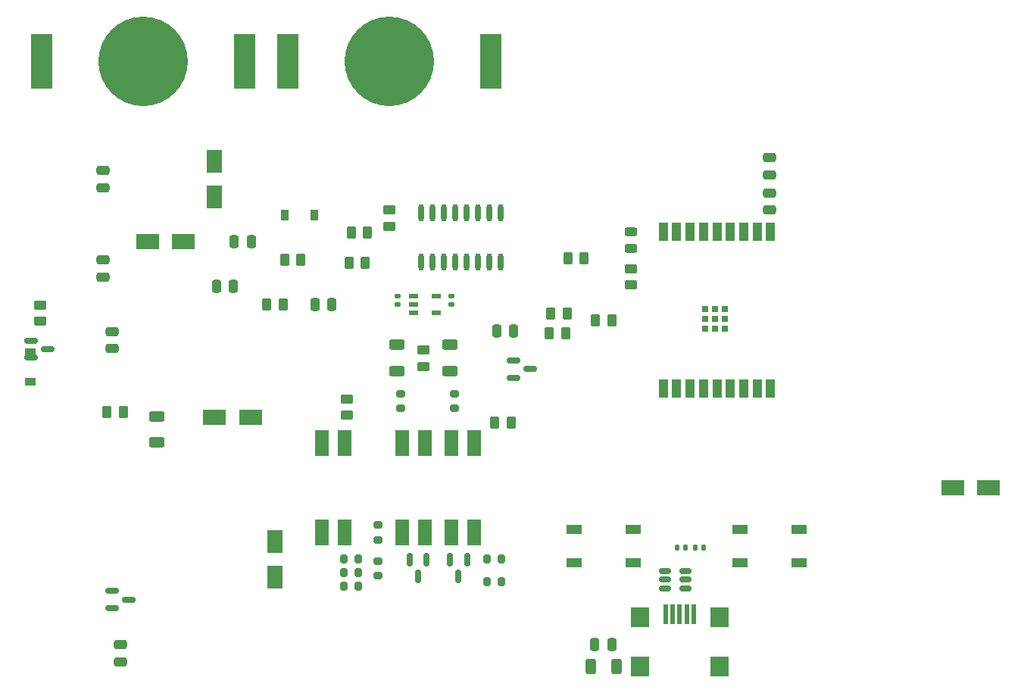
<source format=gbr>
%TF.GenerationSoftware,KiCad,Pcbnew,(6.0.9)*%
%TF.CreationDate,2022-11-21T22:50:26+02:00*%
%TF.ProjectId,Elekit2.0,456c656b-6974-4322-9e30-2e6b69636164,rev?*%
%TF.SameCoordinates,Original*%
%TF.FileFunction,Paste,Top*%
%TF.FilePolarity,Positive*%
%FSLAX46Y46*%
G04 Gerber Fmt 4.6, Leading zero omitted, Abs format (unit mm)*
G04 Created by KiCad (PCBNEW (6.0.9)) date 2022-11-21 22:50:26*
%MOMM*%
%LPD*%
G01*
G04 APERTURE LIST*
G04 Aperture macros list*
%AMRoundRect*
0 Rectangle with rounded corners*
0 $1 Rounding radius*
0 $2 $3 $4 $5 $6 $7 $8 $9 X,Y pos of 4 corners*
0 Add a 4 corners polygon primitive as box body*
4,1,4,$2,$3,$4,$5,$6,$7,$8,$9,$2,$3,0*
0 Add four circle primitives for the rounded corners*
1,1,$1+$1,$2,$3*
1,1,$1+$1,$4,$5*
1,1,$1+$1,$6,$7*
1,1,$1+$1,$8,$9*
0 Add four rect primitives between the rounded corners*
20,1,$1+$1,$2,$3,$4,$5,0*
20,1,$1+$1,$4,$5,$6,$7,0*
20,1,$1+$1,$6,$7,$8,$9,0*
20,1,$1+$1,$8,$9,$2,$3,0*%
G04 Aperture macros list end*
%ADD10R,2.500000X1.800000*%
%ADD11R,1.000000X2.000000*%
%ADD12R,0.700000X0.700000*%
%ADD13RoundRect,0.250000X-0.250000X-0.475000X0.250000X-0.475000X0.250000X0.475000X-0.250000X0.475000X0*%
%ADD14RoundRect,0.250000X0.312500X0.625000X-0.312500X0.625000X-0.312500X-0.625000X0.312500X-0.625000X0*%
%ADD15RoundRect,0.250000X0.250000X0.475000X-0.250000X0.475000X-0.250000X-0.475000X0.250000X-0.475000X0*%
%ADD16R,1.500000X3.000000*%
%ADD17R,0.500000X2.200000*%
%ADD18R,2.000000X2.200000*%
%ADD19R,1.000000X0.600000*%
%ADD20RoundRect,0.150000X-0.150000X0.587500X-0.150000X-0.587500X0.150000X-0.587500X0.150000X0.587500X0*%
%ADD21C,10.000025*%
%ADD22R,2.400000X6.100000*%
%ADD23RoundRect,0.250000X-0.450000X0.262500X-0.450000X-0.262500X0.450000X-0.262500X0.450000X0.262500X0*%
%ADD24RoundRect,0.200000X-0.275000X0.200000X-0.275000X-0.200000X0.275000X-0.200000X0.275000X0.200000X0*%
%ADD25RoundRect,0.250000X0.450000X-0.262500X0.450000X0.262500X-0.450000X0.262500X-0.450000X-0.262500X0*%
%ADD26RoundRect,0.250000X-0.262500X-0.450000X0.262500X-0.450000X0.262500X0.450000X-0.262500X0.450000X0*%
%ADD27RoundRect,0.140000X-0.140000X-0.170000X0.140000X-0.170000X0.140000X0.170000X-0.140000X0.170000X0*%
%ADD28RoundRect,0.200000X-0.200000X-0.275000X0.200000X-0.275000X0.200000X0.275000X-0.200000X0.275000X0*%
%ADD29RoundRect,0.150000X-0.587500X-0.150000X0.587500X-0.150000X0.587500X0.150000X-0.587500X0.150000X0*%
%ADD30R,1.200000X0.900000*%
%ADD31RoundRect,0.250000X-0.625000X0.312500X-0.625000X-0.312500X0.625000X-0.312500X0.625000X0.312500X0*%
%ADD32R,1.700000X1.000000*%
%ADD33R,1.800000X2.500000*%
%ADD34RoundRect,0.200000X0.275000X-0.200000X0.275000X0.200000X-0.275000X0.200000X-0.275000X-0.200000X0*%
%ADD35RoundRect,0.250000X-0.475000X0.250000X-0.475000X-0.250000X0.475000X-0.250000X0.475000X0.250000X0*%
%ADD36RoundRect,0.250000X0.475000X-0.250000X0.475000X0.250000X-0.475000X0.250000X-0.475000X-0.250000X0*%
%ADD37RoundRect,0.250000X0.262500X0.450000X-0.262500X0.450000X-0.262500X-0.450000X0.262500X-0.450000X0*%
%ADD38RoundRect,0.200000X0.200000X0.275000X-0.200000X0.275000X-0.200000X-0.275000X0.200000X-0.275000X0*%
%ADD39RoundRect,0.243750X-0.456250X0.243750X-0.456250X-0.243750X0.456250X-0.243750X0.456250X0.243750X0*%
%ADD40RoundRect,0.140000X0.170000X-0.140000X0.170000X0.140000X-0.170000X0.140000X-0.170000X-0.140000X0*%
%ADD41R,0.900000X1.200000*%
%ADD42RoundRect,0.150000X0.512500X0.150000X-0.512500X0.150000X-0.512500X-0.150000X0.512500X-0.150000X0*%
%ADD43O,0.602007X1.970993*%
%ADD44RoundRect,0.140000X-0.170000X0.140000X-0.170000X-0.140000X0.170000X-0.140000X0.170000X0.140000X0*%
G04 APERTURE END LIST*
D10*
%TO.C,D8*%
X133000000Y-77500000D03*
X137000000Y-77500000D03*
%TD*%
D11*
%TO.C,U9*%
X112649898Y-48889890D03*
X111150025Y-48889890D03*
X109649898Y-48889890D03*
X108150025Y-48889890D03*
X106649898Y-48889890D03*
X105150025Y-48889890D03*
X103649898Y-48889890D03*
X102150025Y-48889890D03*
X100649898Y-48889890D03*
X100649898Y-66390018D03*
X102150025Y-66390018D03*
X103649898Y-66390018D03*
X105150025Y-66390018D03*
X106649898Y-66390018D03*
X108150025Y-66390018D03*
X109649898Y-66390018D03*
X111150025Y-66390018D03*
X112649898Y-66390018D03*
D12*
X106450000Y-58599822D03*
X107550076Y-59699898D03*
X106450000Y-57500000D03*
X106450000Y-59699898D03*
X105349924Y-58599822D03*
X107550076Y-57500000D03*
X107550076Y-58599822D03*
X105349924Y-59699898D03*
X105349924Y-57500000D03*
%TD*%
D13*
%TO.C,C14*%
X82050000Y-60000000D03*
X83950000Y-60000000D03*
%TD*%
D14*
%TO.C,R1*%
X95462500Y-97500000D03*
X92537500Y-97500000D03*
%TD*%
D15*
%TO.C,C3*%
X94900000Y-95000000D03*
X93000000Y-95000000D03*
%TD*%
D16*
%TO.C,U12*%
X74039752Y-72500000D03*
X71499746Y-72500000D03*
X71499746Y-82500000D03*
X74039752Y-82500000D03*
%TD*%
D17*
%TO.C,U1*%
X100899924Y-91599822D03*
X101700025Y-91599822D03*
X102499873Y-91599822D03*
X103299975Y-91599822D03*
X104099822Y-91599822D03*
D18*
X98050038Y-91999873D03*
X106949962Y-91999873D03*
X98050038Y-97500000D03*
X106949962Y-97500000D03*
%TD*%
D19*
%TO.C,U7*%
X75300102Y-56070038D03*
X75300102Y-57969962D03*
X72699898Y-57969962D03*
X72699898Y-57020000D03*
X72699898Y-56070038D03*
%TD*%
D20*
%TO.C,Q4*%
X74219876Y-85562500D03*
X72319876Y-85562500D03*
X73269876Y-87437500D03*
%TD*%
D21*
%TO.C,U2*%
X70000000Y-29809500D03*
D22*
X81350013Y-29809500D03*
X58649987Y-29809500D03*
%TD*%
D13*
%TO.C,C10*%
X61700000Y-57000000D03*
X63600000Y-57000000D03*
%TD*%
D23*
%TO.C,R18*%
X31000000Y-57087500D03*
X31000000Y-58912500D03*
%TD*%
D24*
%TO.C,R21*%
X68769876Y-85675000D03*
X68769876Y-87325000D03*
%TD*%
D25*
%TO.C,R2*%
X70060000Y-48270000D03*
X70060000Y-46445000D03*
%TD*%
D23*
%TO.C,R16*%
X73839924Y-62087500D03*
X73839924Y-63912500D03*
%TD*%
D26*
%TO.C,R4*%
X88087500Y-58000000D03*
X89912500Y-58000000D03*
%TD*%
D27*
%TO.C,C2*%
X103160000Y-84171869D03*
X102200000Y-84171869D03*
%TD*%
D22*
%TO.C,U4*%
X31149987Y-29809500D03*
X53850013Y-29809500D03*
D21*
X42500000Y-29809500D03*
%TD*%
D26*
%TO.C,R8*%
X56337500Y-57000000D03*
X58162500Y-57000000D03*
%TD*%
D24*
%TO.C,R19*%
X68769876Y-81675000D03*
X68769876Y-83325000D03*
%TD*%
D28*
%TO.C,R23*%
X80944876Y-85500000D03*
X82594876Y-85500000D03*
%TD*%
D29*
%TO.C,Q2*%
X83875000Y-63300000D03*
X83875000Y-65200000D03*
X85750000Y-64250000D03*
%TD*%
D30*
%TO.C,D6*%
X29912500Y-62350000D03*
X29912500Y-65650000D03*
%TD*%
D13*
%TO.C,C7*%
X50700000Y-55000000D03*
X52600000Y-55000000D03*
%TD*%
D31*
%TO.C,R12*%
X76839924Y-61537500D03*
X76839924Y-64462500D03*
%TD*%
D32*
%TO.C,U8*%
X90700025Y-82149809D03*
X97299975Y-82149784D03*
X90700025Y-85850216D03*
X97299975Y-85850191D03*
%TD*%
D33*
%TO.C,D1*%
X50500000Y-45000000D03*
X50500000Y-41000000D03*
%TD*%
D34*
%TO.C,R24*%
X77269876Y-68645000D03*
X77269876Y-66995000D03*
%TD*%
D29*
%TO.C,Q1*%
X39062500Y-89050000D03*
X39062500Y-90950000D03*
X40937500Y-90000000D03*
%TD*%
D35*
%TO.C,C4*%
X39000000Y-61950000D03*
X39000000Y-60050000D03*
%TD*%
D29*
%TO.C,Q3*%
X29975000Y-61050000D03*
X29975000Y-62950000D03*
X31850000Y-62000000D03*
%TD*%
D36*
%TO.C,C5*%
X38000000Y-52050000D03*
X38000000Y-53950000D03*
%TD*%
D13*
%TO.C,C6*%
X52700000Y-50000000D03*
X54600000Y-50000000D03*
%TD*%
D16*
%TO.C,U13*%
X79539752Y-72500000D03*
X76999746Y-72500000D03*
X76999746Y-82500000D03*
X79539752Y-82500000D03*
%TD*%
D28*
%TO.C,R27*%
X64944876Y-88500000D03*
X66594876Y-88500000D03*
%TD*%
D10*
%TO.C,D3*%
X50512500Y-69642500D03*
X54512500Y-69642500D03*
%TD*%
%TO.C,D2*%
X47000000Y-50000000D03*
X43000000Y-50000000D03*
%TD*%
D26*
%TO.C,R10*%
X83662500Y-70250000D03*
X81837500Y-70250000D03*
%TD*%
D28*
%TO.C,R25*%
X64944876Y-85500000D03*
X66594876Y-85500000D03*
%TD*%
D35*
%TO.C,C15*%
X40000000Y-95050000D03*
X40000000Y-96950000D03*
%TD*%
D28*
%TO.C,R26*%
X64944876Y-87000000D03*
X66594876Y-87000000D03*
%TD*%
D20*
%TO.C,Q5*%
X78719876Y-85562500D03*
X76819876Y-85562500D03*
X77769876Y-87437500D03*
%TD*%
D37*
%TO.C,R13*%
X91825000Y-51825000D03*
X90000000Y-51825000D03*
%TD*%
D33*
%TO.C,D5*%
X57269876Y-87500000D03*
X57269876Y-83500000D03*
%TD*%
D26*
%TO.C,R5*%
X93087500Y-58825000D03*
X94912500Y-58825000D03*
%TD*%
D38*
%TO.C,R22*%
X82594876Y-88000000D03*
X80944876Y-88000000D03*
%TD*%
D39*
%TO.C,D4*%
X97000000Y-50762500D03*
X97000000Y-48887500D03*
%TD*%
D35*
%TO.C,C12*%
X112500000Y-44550000D03*
X112500000Y-46450000D03*
%TD*%
D26*
%TO.C,R9*%
X65525000Y-52364500D03*
X67350000Y-52364500D03*
%TD*%
D40*
%TO.C,C8*%
X71000000Y-57000000D03*
X71000000Y-56040000D03*
%TD*%
D25*
%TO.C,R28*%
X65269876Y-69412500D03*
X65269876Y-67587500D03*
%TD*%
D26*
%TO.C,R14*%
X38452322Y-69030038D03*
X40277322Y-69030038D03*
%TD*%
D16*
%TO.C,U14*%
X62500000Y-72500000D03*
X65040006Y-72500000D03*
X65040006Y-82500000D03*
X62500000Y-82500000D03*
%TD*%
D26*
%TO.C,R6*%
X65787500Y-49000000D03*
X67612500Y-49000000D03*
%TD*%
D41*
%TO.C,D7*%
X58350000Y-47000000D03*
X61650000Y-47000000D03*
%TD*%
D42*
%TO.C,U5*%
X100862500Y-88721869D03*
X100862500Y-87771869D03*
X100862500Y-86821869D03*
X103137500Y-86821869D03*
X103137500Y-87771869D03*
X103137500Y-88721869D03*
%TD*%
D31*
%TO.C,R17*%
X44000000Y-69537500D03*
X44000000Y-72462500D03*
%TD*%
D34*
%TO.C,R20*%
X71269876Y-68645000D03*
X71269876Y-66995000D03*
%TD*%
D31*
%TO.C,R15*%
X70839924Y-61537500D03*
X70839924Y-64462500D03*
%TD*%
D35*
%TO.C,C13*%
X38000000Y-42050000D03*
X38000000Y-43950000D03*
%TD*%
D27*
%TO.C,C1*%
X105180000Y-84171869D03*
X104220000Y-84171869D03*
%TD*%
D32*
%TO.C,U10*%
X109200025Y-82149809D03*
X115799975Y-82149784D03*
X109200025Y-85850216D03*
X115799975Y-85850191D03*
%TD*%
D43*
%TO.C,U6*%
X82445009Y-52235585D03*
X81175006Y-52235585D03*
X79905004Y-52235585D03*
X78635001Y-52235585D03*
X77364999Y-52235585D03*
X76094996Y-52235585D03*
X74824994Y-52235585D03*
X73554991Y-52235585D03*
X73554991Y-46764415D03*
X74824994Y-46764415D03*
X76094996Y-46764415D03*
X77364999Y-46764415D03*
X78635001Y-46764415D03*
X79905004Y-46764415D03*
X81175006Y-46764415D03*
X82445009Y-46764415D03*
%TD*%
D26*
%TO.C,R7*%
X58337500Y-52000000D03*
X60162500Y-52000000D03*
%TD*%
D23*
%TO.C,R3*%
X97000000Y-53000000D03*
X97000000Y-54825000D03*
%TD*%
D35*
%TO.C,C11*%
X112500000Y-40600000D03*
X112500000Y-42500000D03*
%TD*%
D44*
%TO.C,C9*%
X77000000Y-56040000D03*
X77000000Y-57000000D03*
%TD*%
D26*
%TO.C,R11*%
X89750000Y-60250000D03*
X87925000Y-60250000D03*
%TD*%
M02*

</source>
